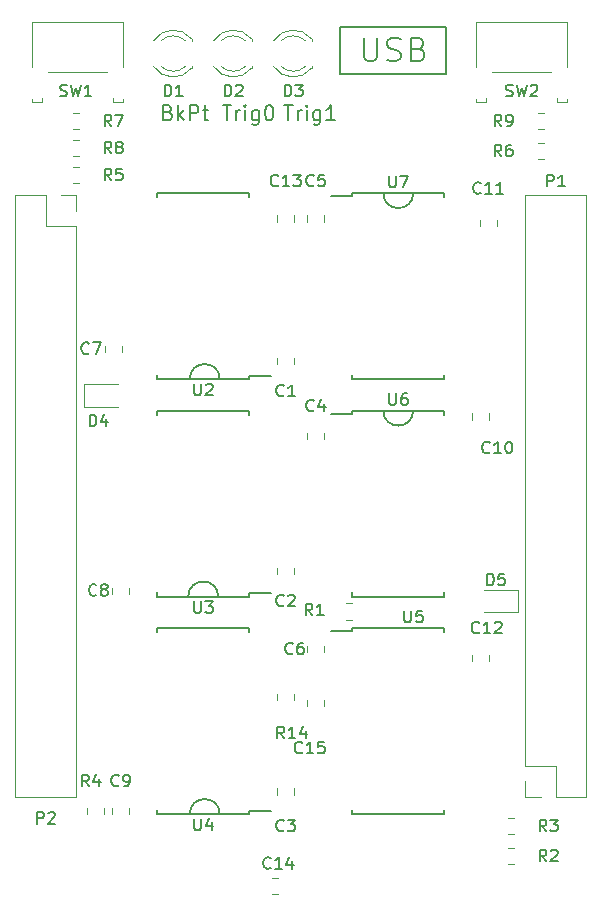
<source format=gto>
G04 #@! TF.GenerationSoftware,KiCad,Pcbnew,5.1.4-e60b266~84~ubuntu18.04.1*
G04 #@! TF.CreationDate,2019-09-22T15:50:52+01:00*
G04 #@! TF.ProjectId,z80_adapter,7a38305f-6164-4617-9074-65722e6b6963,rev?*
G04 #@! TF.SameCoordinates,PX9fdfbc0PY791ddc0*
G04 #@! TF.FileFunction,Legend,Top*
G04 #@! TF.FilePolarity,Positive*
%FSLAX46Y46*%
G04 Gerber Fmt 4.6, Leading zero omitted, Abs format (unit mm)*
G04 Created by KiCad (PCBNEW 5.1.4-e60b266~84~ubuntu18.04.1) date 2019-09-22 15:50:52*
%MOMM*%
%LPD*%
G04 APERTURE LIST*
%ADD10C,0.200000*%
%ADD11C,0.150000*%
%ADD12C,0.120000*%
G04 APERTURE END LIST*
D10*
X14179285Y69304286D02*
X14357857Y69244762D01*
X14417380Y69185239D01*
X14476904Y69066191D01*
X14476904Y68887620D01*
X14417380Y68768572D01*
X14357857Y68709048D01*
X14238809Y68649524D01*
X13762619Y68649524D01*
X13762619Y69899524D01*
X14179285Y69899524D01*
X14298333Y69840000D01*
X14357857Y69780477D01*
X14417380Y69661429D01*
X14417380Y69542381D01*
X14357857Y69423334D01*
X14298333Y69363810D01*
X14179285Y69304286D01*
X13762619Y69304286D01*
X15012619Y68649524D02*
X15012619Y69899524D01*
X15131666Y69125715D02*
X15488809Y68649524D01*
X15488809Y69482858D02*
X15012619Y69006667D01*
X16024523Y68649524D02*
X16024523Y69899524D01*
X16500714Y69899524D01*
X16619761Y69840000D01*
X16679285Y69780477D01*
X16738809Y69661429D01*
X16738809Y69482858D01*
X16679285Y69363810D01*
X16619761Y69304286D01*
X16500714Y69244762D01*
X16024523Y69244762D01*
X17095952Y69482858D02*
X17572142Y69482858D01*
X17274523Y69899524D02*
X17274523Y68828096D01*
X17334047Y68709048D01*
X17453095Y68649524D01*
X17572142Y68649524D01*
D11*
X16002000Y46736000D02*
G75*
G02X18542000Y46736000I1270000J0D01*
G01*
X16002000Y9906000D02*
G75*
G02X18542000Y9906000I1270000J0D01*
G01*
X15875000Y28321000D02*
G75*
G02X18415000Y28321000I1270000J0D01*
G01*
X34925000Y44069000D02*
G75*
G02X32385000Y44069000I-1270000J0D01*
G01*
X34925000Y62484000D02*
G75*
G02X32385000Y62484000I-1270000J0D01*
G01*
D10*
X23998047Y69899524D02*
X24712333Y69899524D01*
X24355190Y68649524D02*
X24355190Y69899524D01*
X25129000Y68649524D02*
X25129000Y69482858D01*
X25129000Y69244762D02*
X25188523Y69363810D01*
X25248047Y69423334D01*
X25367095Y69482858D01*
X25486142Y69482858D01*
X25902809Y68649524D02*
X25902809Y69482858D01*
X25902809Y69899524D02*
X25843285Y69840000D01*
X25902809Y69780477D01*
X25962333Y69840000D01*
X25902809Y69899524D01*
X25902809Y69780477D01*
X27033761Y69482858D02*
X27033761Y68470953D01*
X26974238Y68351905D01*
X26914714Y68292381D01*
X26795666Y68232858D01*
X26617095Y68232858D01*
X26498047Y68292381D01*
X27033761Y68709048D02*
X26914714Y68649524D01*
X26676619Y68649524D01*
X26557571Y68709048D01*
X26498047Y68768572D01*
X26438523Y68887620D01*
X26438523Y69244762D01*
X26498047Y69363810D01*
X26557571Y69423334D01*
X26676619Y69482858D01*
X26914714Y69482858D01*
X27033761Y69423334D01*
X28283761Y68649524D02*
X27569476Y68649524D01*
X27926619Y68649524D02*
X27926619Y69899524D01*
X27807571Y69720953D01*
X27688523Y69601905D01*
X27569476Y69542381D01*
X18791047Y69899524D02*
X19505333Y69899524D01*
X19148190Y68649524D02*
X19148190Y69899524D01*
X19922000Y68649524D02*
X19922000Y69482858D01*
X19922000Y69244762D02*
X19981523Y69363810D01*
X20041047Y69423334D01*
X20160095Y69482858D01*
X20279142Y69482858D01*
X20695809Y68649524D02*
X20695809Y69482858D01*
X20695809Y69899524D02*
X20636285Y69840000D01*
X20695809Y69780477D01*
X20755333Y69840000D01*
X20695809Y69899524D01*
X20695809Y69780477D01*
X21826761Y69482858D02*
X21826761Y68470953D01*
X21767238Y68351905D01*
X21707714Y68292381D01*
X21588666Y68232858D01*
X21410095Y68232858D01*
X21291047Y68292381D01*
X21826761Y68709048D02*
X21707714Y68649524D01*
X21469619Y68649524D01*
X21350571Y68709048D01*
X21291047Y68768572D01*
X21231523Y68887620D01*
X21231523Y69244762D01*
X21291047Y69363810D01*
X21350571Y69423334D01*
X21469619Y69482858D01*
X21707714Y69482858D01*
X21826761Y69423334D01*
X22660095Y69899524D02*
X22779142Y69899524D01*
X22898190Y69840000D01*
X22957714Y69780477D01*
X23017238Y69661429D01*
X23076761Y69423334D01*
X23076761Y69125715D01*
X23017238Y68887620D01*
X22957714Y68768572D01*
X22898190Y68709048D01*
X22779142Y68649524D01*
X22660095Y68649524D01*
X22541047Y68709048D01*
X22481523Y68768572D01*
X22422000Y68887620D01*
X22362476Y69125715D01*
X22362476Y69423334D01*
X22422000Y69661429D01*
X22481523Y69780477D01*
X22541047Y69840000D01*
X22660095Y69899524D01*
X30716190Y75635239D02*
X30716190Y74016191D01*
X30811428Y73825715D01*
X30906666Y73730477D01*
X31097142Y73635239D01*
X31478095Y73635239D01*
X31668571Y73730477D01*
X31763809Y73825715D01*
X31859047Y74016191D01*
X31859047Y75635239D01*
X32716190Y73730477D02*
X33001904Y73635239D01*
X33478095Y73635239D01*
X33668571Y73730477D01*
X33763809Y73825715D01*
X33859047Y74016191D01*
X33859047Y74206667D01*
X33763809Y74397143D01*
X33668571Y74492381D01*
X33478095Y74587620D01*
X33097142Y74682858D01*
X32906666Y74778096D01*
X32811428Y74873334D01*
X32716190Y75063810D01*
X32716190Y75254286D01*
X32811428Y75444762D01*
X32906666Y75540000D01*
X33097142Y75635239D01*
X33573333Y75635239D01*
X33859047Y75540000D01*
X35382857Y74682858D02*
X35668571Y74587620D01*
X35763809Y74492381D01*
X35859047Y74301905D01*
X35859047Y74016191D01*
X35763809Y73825715D01*
X35668571Y73730477D01*
X35478095Y73635239D01*
X34716190Y73635239D01*
X34716190Y75635239D01*
X35382857Y75635239D01*
X35573333Y75540000D01*
X35668571Y75444762D01*
X35763809Y75254286D01*
X35763809Y75063810D01*
X35668571Y74873334D01*
X35573333Y74778096D01*
X35382857Y74682858D01*
X34716190Y74682858D01*
D11*
X28740000Y72540000D02*
X28740000Y76540000D01*
X37740000Y72540000D02*
X28740000Y72540000D01*
X37740000Y76540000D02*
X37740000Y72540000D01*
X28740000Y76540000D02*
X37740000Y76540000D01*
D12*
X24840000Y19541748D02*
X24840000Y20064252D01*
X23420000Y19541748D02*
X23420000Y20064252D01*
X27380000Y19051748D02*
X27380000Y19574252D01*
X25960000Y19051748D02*
X25960000Y19574252D01*
X24840000Y30218748D02*
X24840000Y30741252D01*
X23420000Y30218748D02*
X23420000Y30741252D01*
X39930000Y23366252D02*
X39930000Y22843748D01*
X41350000Y23366252D02*
X41350000Y22843748D01*
X25960000Y24128252D02*
X25960000Y23605748D01*
X27380000Y24128252D02*
X27380000Y23605748D01*
D11*
X29780000Y25380000D02*
X27955000Y25380000D01*
X29780000Y9905000D02*
X37530000Y9905000D01*
X29780000Y25655000D02*
X37530000Y25655000D01*
X29780000Y9905000D02*
X29780000Y10270000D01*
X37530000Y9905000D02*
X37530000Y10270000D01*
X37530000Y25655000D02*
X37530000Y25290000D01*
X29780000Y25655000D02*
X29780000Y25380000D01*
D12*
X29716252Y27761000D02*
X29193748Y27761000D01*
X29716252Y26341000D02*
X29193748Y26341000D01*
X43441252Y8180000D02*
X42918748Y8180000D01*
X43441252Y9600000D02*
X42918748Y9600000D01*
D11*
X21020000Y47010000D02*
X22845000Y47010000D01*
X21020000Y62485000D02*
X13270000Y62485000D01*
X21020000Y46735000D02*
X13270000Y46735000D01*
X21020000Y62485000D02*
X21020000Y62120000D01*
X13270000Y62485000D02*
X13270000Y62120000D01*
X13270000Y46735000D02*
X13270000Y47100000D01*
X21020000Y46735000D02*
X21020000Y47010000D01*
D12*
X47085000Y70175000D02*
X47085000Y70525000D01*
X47975000Y70175000D02*
X47085000Y70175000D01*
X47975000Y70475000D02*
X47975000Y70175000D01*
X47975000Y73115000D02*
X47975000Y76965000D01*
X47975000Y76965000D02*
X40235000Y76965000D01*
X40235000Y76965000D02*
X40235000Y73115000D01*
X41615000Y72725000D02*
X46595000Y72725000D01*
X41125000Y70175000D02*
X40235000Y70175000D01*
X41125000Y70175000D02*
X41125000Y70525000D01*
X40235000Y70475000D02*
X40235000Y70175000D01*
X9484500Y70175000D02*
X9484500Y70525000D01*
X10374500Y70175000D02*
X9484500Y70175000D01*
X10374500Y70475000D02*
X10374500Y70175000D01*
X10374500Y73115000D02*
X10374500Y76965000D01*
X10374500Y76965000D02*
X2634500Y76965000D01*
X2634500Y76965000D02*
X2634500Y73115000D01*
X4014500Y72725000D02*
X8994500Y72725000D01*
X3524500Y70175000D02*
X2634500Y70175000D01*
X3524500Y70175000D02*
X3524500Y70525000D01*
X2634500Y70475000D02*
X2634500Y70175000D01*
X21245000Y75375000D02*
X21245000Y75531000D01*
X21245000Y73059000D02*
X21245000Y73215000D01*
X18643870Y75374837D02*
G75*
G02X20725961Y75375000I1041130J-1079837D01*
G01*
X18643870Y73215163D02*
G75*
G03X20725961Y73215000I1041130J1079837D01*
G01*
X18012665Y75373608D02*
G75*
G02X21245000Y75530516I1672335J-1078608D01*
G01*
X18012665Y73216392D02*
G75*
G03X21245000Y73059484I1672335J1078608D01*
G01*
X26325000Y75375000D02*
X26325000Y75531000D01*
X26325000Y73059000D02*
X26325000Y73215000D01*
X23723870Y75374837D02*
G75*
G02X25805961Y75375000I1041130J-1079837D01*
G01*
X23723870Y73215163D02*
G75*
G03X25805961Y73215000I1041130J1079837D01*
G01*
X23092665Y75373608D02*
G75*
G02X26325000Y75530516I1672335J-1078608D01*
G01*
X23092665Y73216392D02*
G75*
G03X26325000Y73059484I1672335J1078608D01*
G01*
X16165000Y75375000D02*
X16165000Y75531000D01*
X16165000Y73059000D02*
X16165000Y73215000D01*
X13563870Y75374837D02*
G75*
G02X15645961Y75375000I1041130J-1079837D01*
G01*
X13563870Y73215163D02*
G75*
G03X15645961Y73215000I1041130J1079837D01*
G01*
X12932665Y75373608D02*
G75*
G02X16165000Y75530516I1672335J-1078608D01*
G01*
X12932665Y73216392D02*
G75*
G03X16165000Y73059484I1672335J1078608D01*
G01*
X5080000Y62290000D02*
X6410000Y62290000D01*
X6410000Y62290000D02*
X6410000Y60960000D01*
X3810000Y62290000D02*
X3810000Y59690000D01*
X3810000Y59690000D02*
X6410000Y59690000D01*
X6410000Y59690000D02*
X6410000Y11370000D01*
X1210000Y11370000D02*
X6410000Y11370000D01*
X1210000Y62290000D02*
X1210000Y11370000D01*
X1210000Y62290000D02*
X3810000Y62290000D01*
X45720000Y11370000D02*
X44390000Y11370000D01*
X44390000Y11370000D02*
X44390000Y12700000D01*
X46990000Y11370000D02*
X46990000Y13970000D01*
X46990000Y13970000D02*
X44390000Y13970000D01*
X44390000Y13970000D02*
X44390000Y62290000D01*
X49590000Y62290000D02*
X44390000Y62290000D01*
X49590000Y11370000D02*
X49590000Y62290000D01*
X49590000Y11370000D02*
X46990000Y11370000D01*
X45981252Y69290000D02*
X45458748Y69290000D01*
X45981252Y67870000D02*
X45458748Y67870000D01*
X6088748Y65584000D02*
X6611252Y65584000D01*
X6088748Y67004000D02*
X6611252Y67004000D01*
X6088748Y67870000D02*
X6611252Y67870000D01*
X6088748Y69290000D02*
X6611252Y69290000D01*
X45458748Y65330000D02*
X45981252Y65330000D01*
X45458748Y66750000D02*
X45981252Y66750000D01*
X6611252Y64718000D02*
X6088748Y64718000D01*
X6611252Y63298000D02*
X6088748Y63298000D01*
X7291000Y10421252D02*
X7291000Y9898748D01*
X8711000Y10421252D02*
X8711000Y9898748D01*
X43441252Y5640000D02*
X42918748Y5640000D01*
X43441252Y7060000D02*
X42918748Y7060000D01*
X43770000Y28900000D02*
X40910000Y28900000D01*
X43770000Y26980000D02*
X43770000Y28900000D01*
X40910000Y26980000D02*
X43770000Y26980000D01*
X7030000Y44379000D02*
X9890000Y44379000D01*
X7030000Y46299000D02*
X7030000Y44379000D01*
X9890000Y46299000D02*
X7030000Y46299000D01*
X23511252Y4520000D02*
X22988748Y4520000D01*
X23511252Y3100000D02*
X22988748Y3100000D01*
X40565000Y60196252D02*
X40565000Y59673748D01*
X41985000Y60196252D02*
X41985000Y59673748D01*
X41350000Y43308748D02*
X41350000Y43831252D01*
X39930000Y43308748D02*
X39930000Y43831252D01*
X9450000Y10421252D02*
X9450000Y9898748D01*
X10870000Y10421252D02*
X10870000Y9898748D01*
X9450000Y29081252D02*
X9450000Y28558748D01*
X10870000Y29081252D02*
X10870000Y28558748D01*
X10235000Y49023748D02*
X10235000Y49546252D01*
X8815000Y49023748D02*
X8815000Y49546252D01*
X23420000Y60586252D02*
X23420000Y60063748D01*
X24840000Y60586252D02*
X24840000Y60063748D01*
X25960000Y60586252D02*
X25960000Y60063748D01*
X27380000Y60586252D02*
X27380000Y60063748D01*
X25960000Y42171252D02*
X25960000Y41648748D01*
X27380000Y42171252D02*
X27380000Y41648748D01*
X24840000Y11558748D02*
X24840000Y12081252D01*
X23420000Y11558748D02*
X23420000Y12081252D01*
X24840000Y47998748D02*
X24840000Y48521252D01*
X23420000Y47998748D02*
X23420000Y48521252D01*
D11*
X21020000Y28595000D02*
X22845000Y28595000D01*
X21020000Y44070000D02*
X13270000Y44070000D01*
X21020000Y28320000D02*
X13270000Y28320000D01*
X21020000Y44070000D02*
X21020000Y43705000D01*
X13270000Y44070000D02*
X13270000Y43705000D01*
X13270000Y28320000D02*
X13270000Y28685000D01*
X21020000Y28320000D02*
X21020000Y28595000D01*
X21020000Y10180000D02*
X22845000Y10180000D01*
X21020000Y25655000D02*
X13270000Y25655000D01*
X21020000Y9905000D02*
X13270000Y9905000D01*
X21020000Y25655000D02*
X21020000Y25290000D01*
X13270000Y25655000D02*
X13270000Y25290000D01*
X13270000Y9905000D02*
X13270000Y10270000D01*
X21020000Y9905000D02*
X21020000Y10180000D01*
X29780000Y43795000D02*
X27955000Y43795000D01*
X29780000Y28320000D02*
X37530000Y28320000D01*
X29780000Y44070000D02*
X37530000Y44070000D01*
X29780000Y28320000D02*
X29780000Y28685000D01*
X37530000Y28320000D02*
X37530000Y28685000D01*
X37530000Y44070000D02*
X37530000Y43705000D01*
X29780000Y44070000D02*
X29780000Y43795000D01*
X29780000Y62210000D02*
X27955000Y62210000D01*
X29780000Y46735000D02*
X37530000Y46735000D01*
X29780000Y62485000D02*
X37530000Y62485000D01*
X29780000Y46735000D02*
X29780000Y47100000D01*
X37530000Y46735000D02*
X37530000Y47100000D01*
X37530000Y62485000D02*
X37530000Y62120000D01*
X29780000Y62485000D02*
X29780000Y62210000D01*
X23995142Y16311620D02*
X23661809Y16787810D01*
X23423714Y16311620D02*
X23423714Y17311620D01*
X23804666Y17311620D01*
X23899904Y17264000D01*
X23947523Y17216381D01*
X23995142Y17121143D01*
X23995142Y16978286D01*
X23947523Y16883048D01*
X23899904Y16835429D01*
X23804666Y16787810D01*
X23423714Y16787810D01*
X24947523Y16311620D02*
X24376095Y16311620D01*
X24661809Y16311620D02*
X24661809Y17311620D01*
X24566571Y17168762D01*
X24471333Y17073524D01*
X24376095Y17025905D01*
X25804666Y16978286D02*
X25804666Y16311620D01*
X25566571Y17359239D02*
X25328476Y16644953D01*
X25947523Y16644953D01*
X25519142Y15136858D02*
X25471523Y15089239D01*
X25328666Y15041620D01*
X25233428Y15041620D01*
X25090571Y15089239D01*
X24995333Y15184477D01*
X24947714Y15279715D01*
X24900095Y15470191D01*
X24900095Y15613048D01*
X24947714Y15803524D01*
X24995333Y15898762D01*
X25090571Y15994000D01*
X25233428Y16041620D01*
X25328666Y16041620D01*
X25471523Y15994000D01*
X25519142Y15946381D01*
X26471523Y15041620D02*
X25900095Y15041620D01*
X26185809Y15041620D02*
X26185809Y16041620D01*
X26090571Y15898762D01*
X25995333Y15803524D01*
X25900095Y15755905D01*
X27376285Y16041620D02*
X26900095Y16041620D01*
X26852476Y15565429D01*
X26900095Y15613048D01*
X26995333Y15660667D01*
X27233428Y15660667D01*
X27328666Y15613048D01*
X27376285Y15565429D01*
X27423904Y15470191D01*
X27423904Y15232096D01*
X27376285Y15136858D01*
X27328666Y15089239D01*
X27233428Y15041620D01*
X26995333Y15041620D01*
X26900095Y15089239D01*
X26852476Y15136858D01*
X23963333Y27582858D02*
X23915714Y27535239D01*
X23772857Y27487620D01*
X23677619Y27487620D01*
X23534761Y27535239D01*
X23439523Y27630477D01*
X23391904Y27725715D01*
X23344285Y27916191D01*
X23344285Y28059048D01*
X23391904Y28249524D01*
X23439523Y28344762D01*
X23534761Y28440000D01*
X23677619Y28487620D01*
X23772857Y28487620D01*
X23915714Y28440000D01*
X23963333Y28392381D01*
X24344285Y28392381D02*
X24391904Y28440000D01*
X24487142Y28487620D01*
X24725238Y28487620D01*
X24820476Y28440000D01*
X24868095Y28392381D01*
X24915714Y28297143D01*
X24915714Y28201905D01*
X24868095Y28059048D01*
X24296666Y27487620D01*
X24915714Y27487620D01*
X40505142Y25296858D02*
X40457523Y25249239D01*
X40314666Y25201620D01*
X40219428Y25201620D01*
X40076571Y25249239D01*
X39981333Y25344477D01*
X39933714Y25439715D01*
X39886095Y25630191D01*
X39886095Y25773048D01*
X39933714Y25963524D01*
X39981333Y26058762D01*
X40076571Y26154000D01*
X40219428Y26201620D01*
X40314666Y26201620D01*
X40457523Y26154000D01*
X40505142Y26106381D01*
X41457523Y25201620D02*
X40886095Y25201620D01*
X41171809Y25201620D02*
X41171809Y26201620D01*
X41076571Y26058762D01*
X40981333Y25963524D01*
X40886095Y25915905D01*
X41838476Y26106381D02*
X41886095Y26154000D01*
X41981333Y26201620D01*
X42219428Y26201620D01*
X42314666Y26154000D01*
X42362285Y26106381D01*
X42409904Y26011143D01*
X42409904Y25915905D01*
X42362285Y25773048D01*
X41790857Y25201620D01*
X42409904Y25201620D01*
X24725333Y23518858D02*
X24677714Y23471239D01*
X24534857Y23423620D01*
X24439619Y23423620D01*
X24296761Y23471239D01*
X24201523Y23566477D01*
X24153904Y23661715D01*
X24106285Y23852191D01*
X24106285Y23995048D01*
X24153904Y24185524D01*
X24201523Y24280762D01*
X24296761Y24376000D01*
X24439619Y24423620D01*
X24534857Y24423620D01*
X24677714Y24376000D01*
X24725333Y24328381D01*
X25582476Y24423620D02*
X25392000Y24423620D01*
X25296761Y24376000D01*
X25249142Y24328381D01*
X25153904Y24185524D01*
X25106285Y23995048D01*
X25106285Y23614096D01*
X25153904Y23518858D01*
X25201523Y23471239D01*
X25296761Y23423620D01*
X25487238Y23423620D01*
X25582476Y23471239D01*
X25630095Y23518858D01*
X25677714Y23614096D01*
X25677714Y23852191D01*
X25630095Y23947429D01*
X25582476Y23995048D01*
X25487238Y24042667D01*
X25296761Y24042667D01*
X25201523Y23995048D01*
X25153904Y23947429D01*
X25106285Y23852191D01*
X34163095Y27127620D02*
X34163095Y26318096D01*
X34210714Y26222858D01*
X34258333Y26175239D01*
X34353571Y26127620D01*
X34544047Y26127620D01*
X34639285Y26175239D01*
X34686904Y26222858D01*
X34734523Y26318096D01*
X34734523Y27127620D01*
X35686904Y27127620D02*
X35210714Y27127620D01*
X35163095Y26651429D01*
X35210714Y26699048D01*
X35305952Y26746667D01*
X35544047Y26746667D01*
X35639285Y26699048D01*
X35686904Y26651429D01*
X35734523Y26556191D01*
X35734523Y26318096D01*
X35686904Y26222858D01*
X35639285Y26175239D01*
X35544047Y26127620D01*
X35305952Y26127620D01*
X35210714Y26175239D01*
X35163095Y26222858D01*
X26376333Y26725620D02*
X26043000Y27201810D01*
X25804904Y26725620D02*
X25804904Y27725620D01*
X26185857Y27725620D01*
X26281095Y27678000D01*
X26328714Y27630381D01*
X26376333Y27535143D01*
X26376333Y27392286D01*
X26328714Y27297048D01*
X26281095Y27249429D01*
X26185857Y27201810D01*
X25804904Y27201810D01*
X27328714Y26725620D02*
X26757285Y26725620D01*
X27043000Y26725620D02*
X27043000Y27725620D01*
X26947761Y27582762D01*
X26852523Y27487524D01*
X26757285Y27439905D01*
X46188333Y8437620D02*
X45855000Y8913810D01*
X45616904Y8437620D02*
X45616904Y9437620D01*
X45997857Y9437620D01*
X46093095Y9390000D01*
X46140714Y9342381D01*
X46188333Y9247143D01*
X46188333Y9104286D01*
X46140714Y9009048D01*
X46093095Y8961429D01*
X45997857Y8913810D01*
X45616904Y8913810D01*
X46521666Y9437620D02*
X47140714Y9437620D01*
X46807380Y9056667D01*
X46950238Y9056667D01*
X47045476Y9009048D01*
X47093095Y8961429D01*
X47140714Y8866191D01*
X47140714Y8628096D01*
X47093095Y8532858D01*
X47045476Y8485239D01*
X46950238Y8437620D01*
X46664523Y8437620D01*
X46569285Y8485239D01*
X46521666Y8532858D01*
X16383095Y46357620D02*
X16383095Y45548096D01*
X16430714Y45452858D01*
X16478333Y45405239D01*
X16573571Y45357620D01*
X16764047Y45357620D01*
X16859285Y45405239D01*
X16906904Y45452858D01*
X16954523Y45548096D01*
X16954523Y46357620D01*
X17383095Y46262381D02*
X17430714Y46310000D01*
X17525952Y46357620D01*
X17764047Y46357620D01*
X17859285Y46310000D01*
X17906904Y46262381D01*
X17954523Y46167143D01*
X17954523Y46071905D01*
X17906904Y45929048D01*
X17335476Y45357620D01*
X17954523Y45357620D01*
X42771666Y70715239D02*
X42914523Y70667620D01*
X43152619Y70667620D01*
X43247857Y70715239D01*
X43295476Y70762858D01*
X43343095Y70858096D01*
X43343095Y70953334D01*
X43295476Y71048572D01*
X43247857Y71096191D01*
X43152619Y71143810D01*
X42962142Y71191429D01*
X42866904Y71239048D01*
X42819285Y71286667D01*
X42771666Y71381905D01*
X42771666Y71477143D01*
X42819285Y71572381D01*
X42866904Y71620000D01*
X42962142Y71667620D01*
X43200238Y71667620D01*
X43343095Y71620000D01*
X43676428Y71667620D02*
X43914523Y70667620D01*
X44105000Y71381905D01*
X44295476Y70667620D01*
X44533571Y71667620D01*
X44866904Y71572381D02*
X44914523Y71620000D01*
X45009761Y71667620D01*
X45247857Y71667620D01*
X45343095Y71620000D01*
X45390714Y71572381D01*
X45438333Y71477143D01*
X45438333Y71381905D01*
X45390714Y71239048D01*
X44819285Y70667620D01*
X45438333Y70667620D01*
X5016666Y70715239D02*
X5159523Y70667620D01*
X5397619Y70667620D01*
X5492857Y70715239D01*
X5540476Y70762858D01*
X5588095Y70858096D01*
X5588095Y70953334D01*
X5540476Y71048572D01*
X5492857Y71096191D01*
X5397619Y71143810D01*
X5207142Y71191429D01*
X5111904Y71239048D01*
X5064285Y71286667D01*
X5016666Y71381905D01*
X5016666Y71477143D01*
X5064285Y71572381D01*
X5111904Y71620000D01*
X5207142Y71667620D01*
X5445238Y71667620D01*
X5588095Y71620000D01*
X5921428Y71667620D02*
X6159523Y70667620D01*
X6350000Y71381905D01*
X6540476Y70667620D01*
X6778571Y71667620D01*
X7683333Y70667620D02*
X7111904Y70667620D01*
X7397619Y70667620D02*
X7397619Y71667620D01*
X7302380Y71524762D01*
X7207142Y71429524D01*
X7111904Y71381905D01*
X18946904Y70667620D02*
X18946904Y71667620D01*
X19185000Y71667620D01*
X19327857Y71620000D01*
X19423095Y71524762D01*
X19470714Y71429524D01*
X19518333Y71239048D01*
X19518333Y71096191D01*
X19470714Y70905715D01*
X19423095Y70810477D01*
X19327857Y70715239D01*
X19185000Y70667620D01*
X18946904Y70667620D01*
X19899285Y71572381D02*
X19946904Y71620000D01*
X20042142Y71667620D01*
X20280238Y71667620D01*
X20375476Y71620000D01*
X20423095Y71572381D01*
X20470714Y71477143D01*
X20470714Y71381905D01*
X20423095Y71239048D01*
X19851666Y70667620D01*
X20470714Y70667620D01*
X24026904Y70667620D02*
X24026904Y71667620D01*
X24265000Y71667620D01*
X24407857Y71620000D01*
X24503095Y71524762D01*
X24550714Y71429524D01*
X24598333Y71239048D01*
X24598333Y71096191D01*
X24550714Y70905715D01*
X24503095Y70810477D01*
X24407857Y70715239D01*
X24265000Y70667620D01*
X24026904Y70667620D01*
X24931666Y71667620D02*
X25550714Y71667620D01*
X25217380Y71286667D01*
X25360238Y71286667D01*
X25455476Y71239048D01*
X25503095Y71191429D01*
X25550714Y71096191D01*
X25550714Y70858096D01*
X25503095Y70762858D01*
X25455476Y70715239D01*
X25360238Y70667620D01*
X25074523Y70667620D01*
X24979285Y70715239D01*
X24931666Y70762858D01*
X13866904Y70667620D02*
X13866904Y71667620D01*
X14105000Y71667620D01*
X14247857Y71620000D01*
X14343095Y71524762D01*
X14390714Y71429524D01*
X14438333Y71239048D01*
X14438333Y71096191D01*
X14390714Y70905715D01*
X14343095Y70810477D01*
X14247857Y70715239D01*
X14105000Y70667620D01*
X13866904Y70667620D01*
X15390714Y70667620D02*
X14819285Y70667620D01*
X15105000Y70667620D02*
X15105000Y71667620D01*
X15009761Y71524762D01*
X14914523Y71429524D01*
X14819285Y71381905D01*
X3071904Y9072620D02*
X3071904Y10072620D01*
X3452857Y10072620D01*
X3548095Y10025000D01*
X3595714Y9977381D01*
X3643333Y9882143D01*
X3643333Y9739286D01*
X3595714Y9644048D01*
X3548095Y9596429D01*
X3452857Y9548810D01*
X3071904Y9548810D01*
X4024285Y9977381D02*
X4071904Y10025000D01*
X4167142Y10072620D01*
X4405238Y10072620D01*
X4500476Y10025000D01*
X4548095Y9977381D01*
X4595714Y9882143D01*
X4595714Y9786905D01*
X4548095Y9644048D01*
X3976666Y9072620D01*
X4595714Y9072620D01*
X46251904Y63047620D02*
X46251904Y64047620D01*
X46632857Y64047620D01*
X46728095Y64000000D01*
X46775714Y63952381D01*
X46823333Y63857143D01*
X46823333Y63714286D01*
X46775714Y63619048D01*
X46728095Y63571429D01*
X46632857Y63523810D01*
X46251904Y63523810D01*
X47775714Y63047620D02*
X47204285Y63047620D01*
X47490000Y63047620D02*
X47490000Y64047620D01*
X47394761Y63904762D01*
X47299523Y63809524D01*
X47204285Y63761905D01*
X42378333Y68127620D02*
X42045000Y68603810D01*
X41806904Y68127620D02*
X41806904Y69127620D01*
X42187857Y69127620D01*
X42283095Y69080000D01*
X42330714Y69032381D01*
X42378333Y68937143D01*
X42378333Y68794286D01*
X42330714Y68699048D01*
X42283095Y68651429D01*
X42187857Y68603810D01*
X41806904Y68603810D01*
X42854523Y68127620D02*
X43045000Y68127620D01*
X43140238Y68175239D01*
X43187857Y68222858D01*
X43283095Y68365715D01*
X43330714Y68556191D01*
X43330714Y68937143D01*
X43283095Y69032381D01*
X43235476Y69080000D01*
X43140238Y69127620D01*
X42949761Y69127620D01*
X42854523Y69080000D01*
X42806904Y69032381D01*
X42759285Y68937143D01*
X42759285Y68699048D01*
X42806904Y68603810D01*
X42854523Y68556191D01*
X42949761Y68508572D01*
X43140238Y68508572D01*
X43235476Y68556191D01*
X43283095Y68603810D01*
X43330714Y68699048D01*
X9358333Y65841620D02*
X9025000Y66317810D01*
X8786904Y65841620D02*
X8786904Y66841620D01*
X9167857Y66841620D01*
X9263095Y66794000D01*
X9310714Y66746381D01*
X9358333Y66651143D01*
X9358333Y66508286D01*
X9310714Y66413048D01*
X9263095Y66365429D01*
X9167857Y66317810D01*
X8786904Y66317810D01*
X9929761Y66413048D02*
X9834523Y66460667D01*
X9786904Y66508286D01*
X9739285Y66603524D01*
X9739285Y66651143D01*
X9786904Y66746381D01*
X9834523Y66794000D01*
X9929761Y66841620D01*
X10120238Y66841620D01*
X10215476Y66794000D01*
X10263095Y66746381D01*
X10310714Y66651143D01*
X10310714Y66603524D01*
X10263095Y66508286D01*
X10215476Y66460667D01*
X10120238Y66413048D01*
X9929761Y66413048D01*
X9834523Y66365429D01*
X9786904Y66317810D01*
X9739285Y66222572D01*
X9739285Y66032096D01*
X9786904Y65936858D01*
X9834523Y65889239D01*
X9929761Y65841620D01*
X10120238Y65841620D01*
X10215476Y65889239D01*
X10263095Y65936858D01*
X10310714Y66032096D01*
X10310714Y66222572D01*
X10263095Y66317810D01*
X10215476Y66365429D01*
X10120238Y66413048D01*
X9358333Y68127620D02*
X9025000Y68603810D01*
X8786904Y68127620D02*
X8786904Y69127620D01*
X9167857Y69127620D01*
X9263095Y69080000D01*
X9310714Y69032381D01*
X9358333Y68937143D01*
X9358333Y68794286D01*
X9310714Y68699048D01*
X9263095Y68651429D01*
X9167857Y68603810D01*
X8786904Y68603810D01*
X9691666Y69127620D02*
X10358333Y69127620D01*
X9929761Y68127620D01*
X42378333Y65587620D02*
X42045000Y66063810D01*
X41806904Y65587620D02*
X41806904Y66587620D01*
X42187857Y66587620D01*
X42283095Y66540000D01*
X42330714Y66492381D01*
X42378333Y66397143D01*
X42378333Y66254286D01*
X42330714Y66159048D01*
X42283095Y66111429D01*
X42187857Y66063810D01*
X41806904Y66063810D01*
X43235476Y66587620D02*
X43045000Y66587620D01*
X42949761Y66540000D01*
X42902142Y66492381D01*
X42806904Y66349524D01*
X42759285Y66159048D01*
X42759285Y65778096D01*
X42806904Y65682858D01*
X42854523Y65635239D01*
X42949761Y65587620D01*
X43140238Y65587620D01*
X43235476Y65635239D01*
X43283095Y65682858D01*
X43330714Y65778096D01*
X43330714Y66016191D01*
X43283095Y66111429D01*
X43235476Y66159048D01*
X43140238Y66206667D01*
X42949761Y66206667D01*
X42854523Y66159048D01*
X42806904Y66111429D01*
X42759285Y66016191D01*
X9358333Y63555620D02*
X9025000Y64031810D01*
X8786904Y63555620D02*
X8786904Y64555620D01*
X9167857Y64555620D01*
X9263095Y64508000D01*
X9310714Y64460381D01*
X9358333Y64365143D01*
X9358333Y64222286D01*
X9310714Y64127048D01*
X9263095Y64079429D01*
X9167857Y64031810D01*
X8786904Y64031810D01*
X10263095Y64555620D02*
X9786904Y64555620D01*
X9739285Y64079429D01*
X9786904Y64127048D01*
X9882142Y64174667D01*
X10120238Y64174667D01*
X10215476Y64127048D01*
X10263095Y64079429D01*
X10310714Y63984191D01*
X10310714Y63746096D01*
X10263095Y63650858D01*
X10215476Y63603239D01*
X10120238Y63555620D01*
X9882142Y63555620D01*
X9786904Y63603239D01*
X9739285Y63650858D01*
X7453333Y12247620D02*
X7120000Y12723810D01*
X6881904Y12247620D02*
X6881904Y13247620D01*
X7262857Y13247620D01*
X7358095Y13200000D01*
X7405714Y13152381D01*
X7453333Y13057143D01*
X7453333Y12914286D01*
X7405714Y12819048D01*
X7358095Y12771429D01*
X7262857Y12723810D01*
X6881904Y12723810D01*
X8310476Y12914286D02*
X8310476Y12247620D01*
X8072380Y13295239D02*
X7834285Y12580953D01*
X8453333Y12580953D01*
X46188333Y5897620D02*
X45855000Y6373810D01*
X45616904Y5897620D02*
X45616904Y6897620D01*
X45997857Y6897620D01*
X46093095Y6850000D01*
X46140714Y6802381D01*
X46188333Y6707143D01*
X46188333Y6564286D01*
X46140714Y6469048D01*
X46093095Y6421429D01*
X45997857Y6373810D01*
X45616904Y6373810D01*
X46569285Y6802381D02*
X46616904Y6850000D01*
X46712142Y6897620D01*
X46950238Y6897620D01*
X47045476Y6850000D01*
X47093095Y6802381D01*
X47140714Y6707143D01*
X47140714Y6611905D01*
X47093095Y6469048D01*
X46521666Y5897620D01*
X47140714Y5897620D01*
X41171904Y29265620D02*
X41171904Y30265620D01*
X41410000Y30265620D01*
X41552857Y30218000D01*
X41648095Y30122762D01*
X41695714Y30027524D01*
X41743333Y29837048D01*
X41743333Y29694191D01*
X41695714Y29503715D01*
X41648095Y29408477D01*
X41552857Y29313239D01*
X41410000Y29265620D01*
X41171904Y29265620D01*
X42648095Y30265620D02*
X42171904Y30265620D01*
X42124285Y29789429D01*
X42171904Y29837048D01*
X42267142Y29884667D01*
X42505238Y29884667D01*
X42600476Y29837048D01*
X42648095Y29789429D01*
X42695714Y29694191D01*
X42695714Y29456096D01*
X42648095Y29360858D01*
X42600476Y29313239D01*
X42505238Y29265620D01*
X42267142Y29265620D01*
X42171904Y29313239D01*
X42124285Y29360858D01*
X7516904Y42727620D02*
X7516904Y43727620D01*
X7755000Y43727620D01*
X7897857Y43680000D01*
X7993095Y43584762D01*
X8040714Y43489524D01*
X8088333Y43299048D01*
X8088333Y43156191D01*
X8040714Y42965715D01*
X7993095Y42870477D01*
X7897857Y42775239D01*
X7755000Y42727620D01*
X7516904Y42727620D01*
X8945476Y43394286D02*
X8945476Y42727620D01*
X8707380Y43775239D02*
X8469285Y43060953D01*
X9088333Y43060953D01*
X22852142Y5357858D02*
X22804523Y5310239D01*
X22661666Y5262620D01*
X22566428Y5262620D01*
X22423571Y5310239D01*
X22328333Y5405477D01*
X22280714Y5500715D01*
X22233095Y5691191D01*
X22233095Y5834048D01*
X22280714Y6024524D01*
X22328333Y6119762D01*
X22423571Y6215000D01*
X22566428Y6262620D01*
X22661666Y6262620D01*
X22804523Y6215000D01*
X22852142Y6167381D01*
X23804523Y5262620D02*
X23233095Y5262620D01*
X23518809Y5262620D02*
X23518809Y6262620D01*
X23423571Y6119762D01*
X23328333Y6024524D01*
X23233095Y5976905D01*
X24661666Y5929286D02*
X24661666Y5262620D01*
X24423571Y6310239D02*
X24185476Y5595953D01*
X24804523Y5595953D01*
X40632142Y62507858D02*
X40584523Y62460239D01*
X40441666Y62412620D01*
X40346428Y62412620D01*
X40203571Y62460239D01*
X40108333Y62555477D01*
X40060714Y62650715D01*
X40013095Y62841191D01*
X40013095Y62984048D01*
X40060714Y63174524D01*
X40108333Y63269762D01*
X40203571Y63365000D01*
X40346428Y63412620D01*
X40441666Y63412620D01*
X40584523Y63365000D01*
X40632142Y63317381D01*
X41584523Y62412620D02*
X41013095Y62412620D01*
X41298809Y62412620D02*
X41298809Y63412620D01*
X41203571Y63269762D01*
X41108333Y63174524D01*
X41013095Y63126905D01*
X42536904Y62412620D02*
X41965476Y62412620D01*
X42251190Y62412620D02*
X42251190Y63412620D01*
X42155952Y63269762D01*
X42060714Y63174524D01*
X41965476Y63126905D01*
X41394142Y40536858D02*
X41346523Y40489239D01*
X41203666Y40441620D01*
X41108428Y40441620D01*
X40965571Y40489239D01*
X40870333Y40584477D01*
X40822714Y40679715D01*
X40775095Y40870191D01*
X40775095Y41013048D01*
X40822714Y41203524D01*
X40870333Y41298762D01*
X40965571Y41394000D01*
X41108428Y41441620D01*
X41203666Y41441620D01*
X41346523Y41394000D01*
X41394142Y41346381D01*
X42346523Y40441620D02*
X41775095Y40441620D01*
X42060809Y40441620D02*
X42060809Y41441620D01*
X41965571Y41298762D01*
X41870333Y41203524D01*
X41775095Y41155905D01*
X42965571Y41441620D02*
X43060809Y41441620D01*
X43156047Y41394000D01*
X43203666Y41346381D01*
X43251285Y41251143D01*
X43298904Y41060667D01*
X43298904Y40822572D01*
X43251285Y40632096D01*
X43203666Y40536858D01*
X43156047Y40489239D01*
X43060809Y40441620D01*
X42965571Y40441620D01*
X42870333Y40489239D01*
X42822714Y40536858D01*
X42775095Y40632096D01*
X42727476Y40822572D01*
X42727476Y41060667D01*
X42775095Y41251143D01*
X42822714Y41346381D01*
X42870333Y41394000D01*
X42965571Y41441620D01*
X9993333Y12342858D02*
X9945714Y12295239D01*
X9802857Y12247620D01*
X9707619Y12247620D01*
X9564761Y12295239D01*
X9469523Y12390477D01*
X9421904Y12485715D01*
X9374285Y12676191D01*
X9374285Y12819048D01*
X9421904Y13009524D01*
X9469523Y13104762D01*
X9564761Y13200000D01*
X9707619Y13247620D01*
X9802857Y13247620D01*
X9945714Y13200000D01*
X9993333Y13152381D01*
X10469523Y12247620D02*
X10660000Y12247620D01*
X10755238Y12295239D01*
X10802857Y12342858D01*
X10898095Y12485715D01*
X10945714Y12676191D01*
X10945714Y13057143D01*
X10898095Y13152381D01*
X10850476Y13200000D01*
X10755238Y13247620D01*
X10564761Y13247620D01*
X10469523Y13200000D01*
X10421904Y13152381D01*
X10374285Y13057143D01*
X10374285Y12819048D01*
X10421904Y12723810D01*
X10469523Y12676191D01*
X10564761Y12628572D01*
X10755238Y12628572D01*
X10850476Y12676191D01*
X10898095Y12723810D01*
X10945714Y12819048D01*
X8088333Y28462858D02*
X8040714Y28415239D01*
X7897857Y28367620D01*
X7802619Y28367620D01*
X7659761Y28415239D01*
X7564523Y28510477D01*
X7516904Y28605715D01*
X7469285Y28796191D01*
X7469285Y28939048D01*
X7516904Y29129524D01*
X7564523Y29224762D01*
X7659761Y29320000D01*
X7802619Y29367620D01*
X7897857Y29367620D01*
X8040714Y29320000D01*
X8088333Y29272381D01*
X8659761Y28939048D02*
X8564523Y28986667D01*
X8516904Y29034286D01*
X8469285Y29129524D01*
X8469285Y29177143D01*
X8516904Y29272381D01*
X8564523Y29320000D01*
X8659761Y29367620D01*
X8850238Y29367620D01*
X8945476Y29320000D01*
X8993095Y29272381D01*
X9040714Y29177143D01*
X9040714Y29129524D01*
X8993095Y29034286D01*
X8945476Y28986667D01*
X8850238Y28939048D01*
X8659761Y28939048D01*
X8564523Y28891429D01*
X8516904Y28843810D01*
X8469285Y28748572D01*
X8469285Y28558096D01*
X8516904Y28462858D01*
X8564523Y28415239D01*
X8659761Y28367620D01*
X8850238Y28367620D01*
X8945476Y28415239D01*
X8993095Y28462858D01*
X9040714Y28558096D01*
X9040714Y28748572D01*
X8993095Y28843810D01*
X8945476Y28891429D01*
X8850238Y28939048D01*
X7453333Y48927858D02*
X7405714Y48880239D01*
X7262857Y48832620D01*
X7167619Y48832620D01*
X7024761Y48880239D01*
X6929523Y48975477D01*
X6881904Y49070715D01*
X6834285Y49261191D01*
X6834285Y49404048D01*
X6881904Y49594524D01*
X6929523Y49689762D01*
X7024761Y49785000D01*
X7167619Y49832620D01*
X7262857Y49832620D01*
X7405714Y49785000D01*
X7453333Y49737381D01*
X7786666Y49832620D02*
X8453333Y49832620D01*
X8024761Y48832620D01*
X23487142Y63142858D02*
X23439523Y63095239D01*
X23296666Y63047620D01*
X23201428Y63047620D01*
X23058571Y63095239D01*
X22963333Y63190477D01*
X22915714Y63285715D01*
X22868095Y63476191D01*
X22868095Y63619048D01*
X22915714Y63809524D01*
X22963333Y63904762D01*
X23058571Y64000000D01*
X23201428Y64047620D01*
X23296666Y64047620D01*
X23439523Y64000000D01*
X23487142Y63952381D01*
X24439523Y63047620D02*
X23868095Y63047620D01*
X24153809Y63047620D02*
X24153809Y64047620D01*
X24058571Y63904762D01*
X23963333Y63809524D01*
X23868095Y63761905D01*
X24772857Y64047620D02*
X25391904Y64047620D01*
X25058571Y63666667D01*
X25201428Y63666667D01*
X25296666Y63619048D01*
X25344285Y63571429D01*
X25391904Y63476191D01*
X25391904Y63238096D01*
X25344285Y63142858D01*
X25296666Y63095239D01*
X25201428Y63047620D01*
X24915714Y63047620D01*
X24820476Y63095239D01*
X24772857Y63142858D01*
X26503333Y63142858D02*
X26455714Y63095239D01*
X26312857Y63047620D01*
X26217619Y63047620D01*
X26074761Y63095239D01*
X25979523Y63190477D01*
X25931904Y63285715D01*
X25884285Y63476191D01*
X25884285Y63619048D01*
X25931904Y63809524D01*
X25979523Y63904762D01*
X26074761Y64000000D01*
X26217619Y64047620D01*
X26312857Y64047620D01*
X26455714Y64000000D01*
X26503333Y63952381D01*
X27408095Y64047620D02*
X26931904Y64047620D01*
X26884285Y63571429D01*
X26931904Y63619048D01*
X27027142Y63666667D01*
X27265238Y63666667D01*
X27360476Y63619048D01*
X27408095Y63571429D01*
X27455714Y63476191D01*
X27455714Y63238096D01*
X27408095Y63142858D01*
X27360476Y63095239D01*
X27265238Y63047620D01*
X27027142Y63047620D01*
X26931904Y63095239D01*
X26884285Y63142858D01*
X26503333Y44092858D02*
X26455714Y44045239D01*
X26312857Y43997620D01*
X26217619Y43997620D01*
X26074761Y44045239D01*
X25979523Y44140477D01*
X25931904Y44235715D01*
X25884285Y44426191D01*
X25884285Y44569048D01*
X25931904Y44759524D01*
X25979523Y44854762D01*
X26074761Y44950000D01*
X26217619Y44997620D01*
X26312857Y44997620D01*
X26455714Y44950000D01*
X26503333Y44902381D01*
X27360476Y44664286D02*
X27360476Y43997620D01*
X27122380Y45045239D02*
X26884285Y44330953D01*
X27503333Y44330953D01*
X23963333Y8532858D02*
X23915714Y8485239D01*
X23772857Y8437620D01*
X23677619Y8437620D01*
X23534761Y8485239D01*
X23439523Y8580477D01*
X23391904Y8675715D01*
X23344285Y8866191D01*
X23344285Y9009048D01*
X23391904Y9199524D01*
X23439523Y9294762D01*
X23534761Y9390000D01*
X23677619Y9437620D01*
X23772857Y9437620D01*
X23915714Y9390000D01*
X23963333Y9342381D01*
X24296666Y9437620D02*
X24915714Y9437620D01*
X24582380Y9056667D01*
X24725238Y9056667D01*
X24820476Y9009048D01*
X24868095Y8961429D01*
X24915714Y8866191D01*
X24915714Y8628096D01*
X24868095Y8532858D01*
X24820476Y8485239D01*
X24725238Y8437620D01*
X24439523Y8437620D01*
X24344285Y8485239D01*
X24296666Y8532858D01*
X23963333Y45362858D02*
X23915714Y45315239D01*
X23772857Y45267620D01*
X23677619Y45267620D01*
X23534761Y45315239D01*
X23439523Y45410477D01*
X23391904Y45505715D01*
X23344285Y45696191D01*
X23344285Y45839048D01*
X23391904Y46029524D01*
X23439523Y46124762D01*
X23534761Y46220000D01*
X23677619Y46267620D01*
X23772857Y46267620D01*
X23915714Y46220000D01*
X23963333Y46172381D01*
X24915714Y45267620D02*
X24344285Y45267620D01*
X24630000Y45267620D02*
X24630000Y46267620D01*
X24534761Y46124762D01*
X24439523Y46029524D01*
X24344285Y45981905D01*
X16383095Y27942620D02*
X16383095Y27133096D01*
X16430714Y27037858D01*
X16478333Y26990239D01*
X16573571Y26942620D01*
X16764047Y26942620D01*
X16859285Y26990239D01*
X16906904Y27037858D01*
X16954523Y27133096D01*
X16954523Y27942620D01*
X17335476Y27942620D02*
X17954523Y27942620D01*
X17621190Y27561667D01*
X17764047Y27561667D01*
X17859285Y27514048D01*
X17906904Y27466429D01*
X17954523Y27371191D01*
X17954523Y27133096D01*
X17906904Y27037858D01*
X17859285Y26990239D01*
X17764047Y26942620D01*
X17478333Y26942620D01*
X17383095Y26990239D01*
X17335476Y27037858D01*
X16383095Y9527620D02*
X16383095Y8718096D01*
X16430714Y8622858D01*
X16478333Y8575239D01*
X16573571Y8527620D01*
X16764047Y8527620D01*
X16859285Y8575239D01*
X16906904Y8622858D01*
X16954523Y8718096D01*
X16954523Y9527620D01*
X17859285Y9194286D02*
X17859285Y8527620D01*
X17621190Y9575239D02*
X17383095Y8860953D01*
X18002142Y8860953D01*
X32893095Y45542620D02*
X32893095Y44733096D01*
X32940714Y44637858D01*
X32988333Y44590239D01*
X33083571Y44542620D01*
X33274047Y44542620D01*
X33369285Y44590239D01*
X33416904Y44637858D01*
X33464523Y44733096D01*
X33464523Y45542620D01*
X34369285Y45542620D02*
X34178809Y45542620D01*
X34083571Y45495000D01*
X34035952Y45447381D01*
X33940714Y45304524D01*
X33893095Y45114048D01*
X33893095Y44733096D01*
X33940714Y44637858D01*
X33988333Y44590239D01*
X34083571Y44542620D01*
X34274047Y44542620D01*
X34369285Y44590239D01*
X34416904Y44637858D01*
X34464523Y44733096D01*
X34464523Y44971191D01*
X34416904Y45066429D01*
X34369285Y45114048D01*
X34274047Y45161667D01*
X34083571Y45161667D01*
X33988333Y45114048D01*
X33940714Y45066429D01*
X33893095Y44971191D01*
X32893095Y63957620D02*
X32893095Y63148096D01*
X32940714Y63052858D01*
X32988333Y63005239D01*
X33083571Y62957620D01*
X33274047Y62957620D01*
X33369285Y63005239D01*
X33416904Y63052858D01*
X33464523Y63148096D01*
X33464523Y63957620D01*
X33845476Y63957620D02*
X34512142Y63957620D01*
X34083571Y62957620D01*
M02*

</source>
